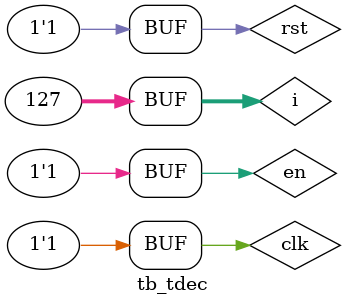
<source format=v>
`timescale 1ns / 1ps


module tb_tdec(

    );
    reg clk, rst, en;
    wire [31:0] t_bus;
    integer i;
    
    initial begin
    rst = 0;
    en = 1;
    clk = 0;
    #50
    rst = 1;
    #50
    for (i=0; i < 127; i = i + 1)
    begin
    clk = ~clk;
    #10;
    end
    end
    
    cu_tdec uut(clk, rst, en,t_bus);
endmodule

</source>
